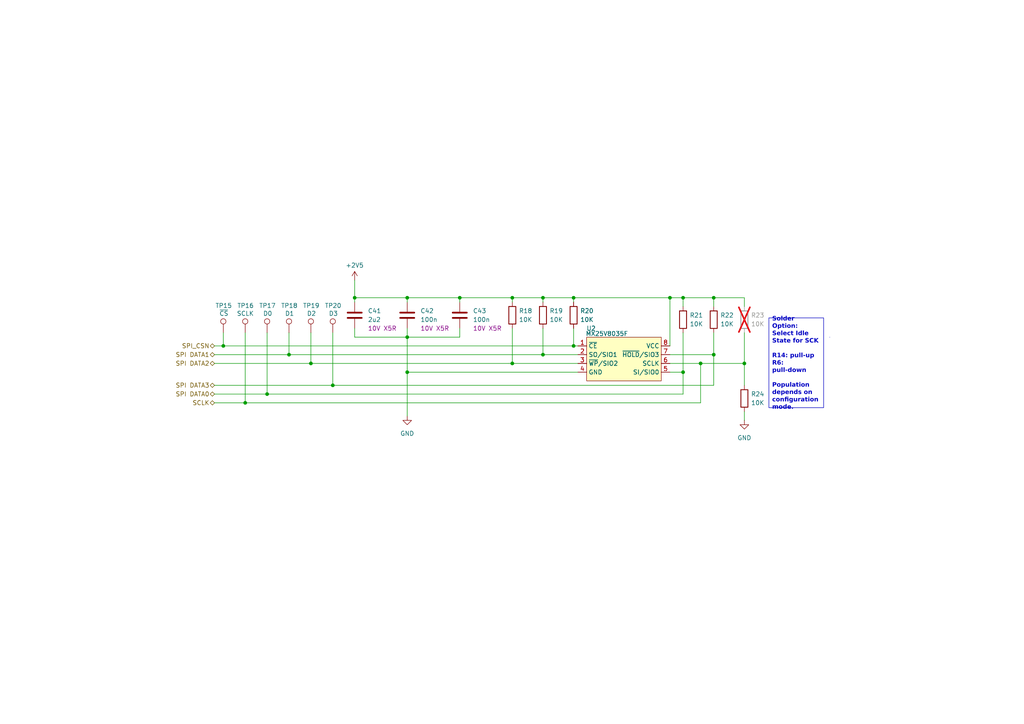
<source format=kicad_sch>
(kicad_sch (version 20231120) (generator "eeschema") (generator_version "8.0")
  (paper "A4")
  (title_block (title "CCSoM") (date "2024-12-20") (rev "1.0") (company "Technische Hochschule Köln") (comment 1 "Felix Sebastian Nitz "))
  (lib_symbols
    (symbol "Connector:TestPoint" (pin_numbers hide) (pin_names (offset 0.762) hide)
      (property "Reference" "TP" (at 0 6.858 0))
      (property "Value" "TestPoint" (at 0 5.08 0))
      (symbol "TestPoint_0_1"
        (circle (center 0 3.302) (radius 0.762))
      )
      (symbol "TestPoint_1_1"
        (pin passive line (at 0 0 90) (length 2.54) (name "1") (number "1"))
      )
    )
    (symbol "Device:C" (pin_numbers hide) (pin_names (offset 0.254))
      (property "Reference" "C" (at 0.635 2.54 0))
      (property "Value" "C" (at 0.635 -2.54 0))
      (symbol "C_0_1"
        (polyline (pts (xy -2.032 -0.762) (xy 2.032 -0.762)) (stroke (width 0.508)))
        (polyline (pts (xy -2.032 0.762) (xy 2.032 0.762)) (stroke (width 0.508)))
      )
      (symbol "C_1_1"
        (pin passive line (at 0 3.81 270) (length 2.794) (name "~") (number "1"))
        (pin passive line (at 0 -3.81 90) (length 2.794) (name "~") (number "2"))
      )
    )
    (symbol "Device:R" (pin_numbers hide) (pin_names (offset 0))
      (property "Reference" "R" (at 2.032 0 90))
      (property "Value" "R" (at 0 0 90))
      (symbol "R_0_1"
        (rectangle (start -1.016 -2.54) (end 1.016 2.54) (stroke (width 0.254)))
      )
      (symbol "R_1_1"
        (pin passive line (at 0 3.81 270) (length 1.27) (name "~") (number "1"))
        (pin passive line (at 0 -3.81 90) (length 1.27) (name "~") (number "2"))
      )
    )
    (symbol "ccsom_lib:MX25V8035F"
      (property "Reference" "U" (at 3.81 3.81 0))
      (property "Value" "MX25V8035F" (at 8.89 1.27 0))
      (symbol "MX25V8035F_1_1"
        (rectangle (start 2.54 0) (end 24.13 -12.7) (fill (type background)))
        (pin input line (at 0 -2.54 0) (length 2.54) (name "~{CE}") (number "1"))
        (pin bidirectional line (at 0 -5.08 0) (length 2.54) (name "SO/SIO1") (number "2"))
        (pin bidirectional line (at 0 -7.62 0) (length 2.54) (name "~{WP}/SIO2") (number "3"))
        (pin passive line (at 0 -10.16 0) (length 2.54) (name "GND") (number "4"))
        (pin bidirectional line (at 26.67 -10.16 180) (length 2.54) (name "SI/SIO0") (number "5"))
        (pin input line (at 26.67 -7.62 180) (length 2.54) (name "SCLK") (number "6"))
        (pin bidirectional line (at 26.67 -5.08 180) (length 2.54) (name "~{HOLD}/SIO3") (number "7"))
        (pin power_in line (at 26.67 -2.54 180) (length 2.54) (name "VCC") (number "8"))
      )
    )
    (symbol "power:+2V5" (power) (pin_numbers hide) (pin_names (offset 0) hide)
      (property "Value" "+2V5" (at 0 3.556 0))
      (symbol "+2V5_0_1"
        (polyline (pts (xy -0.762 1.27) (xy 0 2.54)))
        (polyline (pts (xy 0 0) (xy 0 2.54)))
        (polyline (pts (xy 0 2.54) (xy 0.762 1.27)))
      )
      (symbol "+2V5_1_1"
        (pin power_in line (at 0 0 90) (length 0) (name "~") (number "1"))
      )
    )
    (symbol "power:GND" (power) (pin_numbers hide) (pin_names (offset 0) hide)
      (property "Value" "GND" (at 0 -3.81 0))
      (symbol "GND_0_1"
        (polyline (pts (xy 0 0) (xy 0 -1.27) (xy 1.27 -1.27) (xy 0 -2.54) (xy -1.27 -1.27) (xy 0 -1.27)))
      )
      (symbol "GND_1_1"
        (pin power_in line (at 0 0 270) (length 0) (name "~") (number "1"))
      )
    )
  )
  (junction (at 102.87 86.36))
  (junction (at 64.77 100.33))
  (junction (at 215.9 105.41))
  (junction (at 90.17 105.41))
  (junction (at 203.2 105.41))
  (junction (at 157.48 102.87))
  (junction (at 166.37 86.36))
  (junction (at 71.12 116.84))
  (junction (at 207.01 102.87))
  (junction (at 194.31 86.36))
  (junction (at 207.01 86.36))
  (junction (at 133.35 86.36))
  (junction (at 148.59 105.41))
  (junction (at 96.52 111.76))
  (junction (at 118.11 107.95))
  (junction (at 83.82 102.87))
  (junction (at 118.11 97.79))
  (junction (at 157.48 86.36))
  (junction (at 198.12 107.95))
  (junction (at 118.11 86.36))
  (junction (at 77.47 114.3))
  (junction (at 198.12 86.36))
  (junction (at 148.59 86.36))
  (junction (at 166.37 100.33))
  (wire (pts (xy 90.17 96.52) (xy 90.17 105.41)))
  (wire (pts (xy 167.64 102.87) (xy 157.48 102.87)))
  (wire (pts (xy 194.31 86.36) (xy 198.12 86.36)))
  (wire (pts (xy 207.01 86.36) (xy 215.9 86.36)))
  (wire (pts (xy 118.11 86.36) (xy 133.35 86.36)))
  (wire (pts (xy 207.01 86.36) (xy 198.12 86.36)))
  (wire (pts (xy 194.31 105.41) (xy 203.2 105.41)))
  (wire (pts (xy 62.23 114.3) (xy 77.47 114.3)))
  (wire (pts (xy 102.87 81.28) (xy 102.87 86.36)))
  (wire (pts (xy 215.9 88.9) (xy 215.9 86.36)))
  (wire (pts (xy 194.31 100.33) (xy 194.31 86.36)))
  (wire (pts (xy 166.37 86.36) (xy 194.31 86.36)))
  (wire (pts (xy 148.59 87.63) (xy 148.59 86.36)))
  (wire (pts (xy 118.11 97.79) (xy 118.11 95.25)))
  (wire (pts (xy 77.47 114.3) (xy 198.12 114.3)))
  (wire (pts (xy 118.11 87.63) (xy 118.11 86.36)))
  (wire (pts (xy 133.35 97.79) (xy 118.11 97.79)))
  (wire (pts (xy 157.48 95.25) (xy 157.48 102.87)))
  (wire (pts (xy 207.01 111.76) (xy 207.01 102.87)))
  (wire (pts (xy 203.2 105.41) (xy 203.2 116.84)))
  (wire (pts (xy 62.23 102.87) (xy 83.82 102.87)))
  (wire (pts (xy 102.87 87.63) (xy 102.87 86.36)))
  (wire (pts (xy 83.82 102.87) (xy 157.48 102.87)))
  (wire (pts (xy 198.12 86.36) (xy 198.12 88.9)))
  (wire (pts (xy 157.48 86.36) (xy 166.37 86.36)))
  (wire (pts (xy 102.87 97.79) (xy 118.11 97.79)))
  (wire (pts (xy 167.64 105.41) (xy 148.59 105.41)))
  (wire (pts (xy 90.17 105.41) (xy 148.59 105.41)))
  (wire (pts (xy 133.35 95.25) (xy 133.35 97.79)))
  (wire (pts (xy 64.77 96.52) (xy 64.77 100.33)))
  (wire (pts (xy 133.35 86.36) (xy 148.59 86.36)))
  (wire (pts (xy 148.59 86.36) (xy 157.48 86.36)))
  (wire (pts (xy 207.01 102.87) (xy 194.31 102.87)))
  (wire (pts (xy 207.01 86.36) (xy 207.01 88.9)))
  (wire (pts (xy 62.23 100.33) (xy 64.77 100.33)))
  (wire (pts (xy 83.82 96.52) (xy 83.82 102.87)))
  (wire (pts (xy 166.37 95.25) (xy 166.37 100.33)))
  (wire (pts (xy 71.12 116.84) (xy 203.2 116.84)))
  (wire (pts (xy 215.9 96.52) (xy 215.9 105.41)))
  (wire (pts (xy 118.11 107.95) (xy 118.11 120.65)))
  (wire (pts (xy 198.12 96.52) (xy 198.12 107.95)))
  (wire (pts (xy 167.64 100.33) (xy 166.37 100.33)))
  (wire (pts (xy 194.31 107.95) (xy 198.12 107.95)))
  (wire (pts (xy 96.52 111.76) (xy 207.01 111.76)))
  (wire (pts (xy 96.52 96.52) (xy 96.52 111.76)))
  (wire (pts (xy 207.01 96.52) (xy 207.01 102.87)))
  (wire (pts (xy 102.87 95.25) (xy 102.87 97.79)))
  (wire (pts (xy 118.11 97.79) (xy 118.11 107.95)))
  (wire (pts (xy 198.12 107.95) (xy 198.12 114.3)))
  (wire (pts (xy 62.23 105.41) (xy 90.17 105.41)))
  (wire (pts (xy 166.37 86.36) (xy 166.37 87.63)))
  (wire (pts (xy 62.23 116.84) (xy 71.12 116.84)))
  (wire (pts (xy 157.48 86.36) (xy 157.48 87.63)))
  (wire (pts (xy 148.59 95.25) (xy 148.59 105.41)))
  (wire (pts (xy 215.9 105.41) (xy 215.9 111.76)))
  (wire (pts (xy 133.35 86.36) (xy 133.35 87.63)))
  (wire (pts (xy 62.23 111.76) (xy 96.52 111.76)))
  (wire (pts (xy 215.9 119.38) (xy 215.9 121.92)))
  (wire (pts (xy 64.77 100.33) (xy 166.37 100.33)))
  (wire (pts (xy 118.11 107.95) (xy 167.64 107.95)))
  (wire (pts (xy 77.47 96.52) (xy 77.47 114.3)))
  (wire (pts (xy 203.2 105.41) (xy 215.9 105.41)))
  (wire (pts (xy 102.87 86.36) (xy 118.11 86.36)))
  (wire (pts (xy 71.12 96.52) (xy 71.12 116.84)))
  (text_box "Solder Option: Select Idle State for SCK\n\nR14: pull-up \nR6: pull-down\n\nPopulation depends on configuration mode." (at 223.012 92.202 0) (size 15.875 26.035) (effects (font (size 1.27 1.27) (thickness 0.254) (bold yes)) (justify left)))
  (text_box "" (at 240.665 97.79 0) (size 0 0) (effects (font (size 0.635 0.635)) (justify left)))
  (hierarchical_label "SPI DATA1" (shape bidirectional) (at 62.23 102.87 180))
  (hierarchical_label "SPI DATA2" (shape bidirectional) (at 62.23 105.41 180))
  (hierarchical_label "SCLK" (shape bidirectional) (at 62.23 116.84 180))
  (hierarchical_label "SPI DATA0" (shape bidirectional) (at 62.23 114.3 180))
  (hierarchical_label "SPI DATA3" (shape bidirectional) (at 62.23 111.76 180))
  (hierarchical_label "SPI_CSN" (shape bidirectional) (at 62.23 100.33 180))
  (symbol (lib_id "Device:R") (at 148.59 91.44 0) (unit 1)
    (property "Reference" "R18" (at 150.495 90.17 0) (effects (justify left)))
    (property "Value" "10K" (at 150.495 92.71 0) (effects (justify left)))
    (property "Footprint" "Resistor_SMD:R_0201_0603Metric" (effects (hide yes)))
    (property "Description" "Resistor" (effects (hide yes)))
    (property "Mouser Part Number" "71-CRCW0201-10K" (effects (hide yes)))
  )
  (symbol (lib_id "Connector:TestPoint") (at 96.52 96.52 0) (mirror y) (unit 1) (in_bom no)
    (property "Reference" "TP20" (at 99.06 88.646 0) (effects (justify left)))
    (property "Value" "D3" (at 98.044 90.932 0) (effects (justify left)))
    (property "Footprint" "TestPoint:TestPoint_Pad_D1.0mm" (effects (hide yes)))
    (property "Description" "test point" (effects (hide yes)))
  )
  (symbol (lib_id "Device:R") (at 198.12 92.71 0) (unit 1)
    (property "Reference" "R21" (at 200.025 91.44 0) (effects (justify left)))
    (property "Value" "10K" (at 200.025 93.98 0) (effects (justify left)))
    (property "Footprint" "Resistor_SMD:R_0201_0603Metric" (effects (hide yes)))
    (property "Description" "Resistor" (effects (hide yes)))
  )
  (symbol (lib_id "Device:R") (at 157.48 91.44 0) (unit 1)
    (property "Reference" "R19" (at 159.385 90.17 0) (effects (justify left)))
    (property "Value" "10K" (at 159.385 92.71 0) (effects (justify left)))
    (property "Footprint" "Resistor_SMD:R_0201_0603Metric" (effects (hide yes)))
    (property "Description" "Resistor" (effects (hide yes)))
    (property "Mouser Part Number" "71-CRCW0201-10K" (effects (hide yes)))
  )
  (symbol (lib_id "ccsom_lib:MX25V8035F") (at 167.64 97.79 0) (unit 1)
    (property "Reference" "U2" (at 171.45 95.25 0))
    (property "Value" "MX25V8035F" (at 176.022 96.774 0))
    (property "Footprint" "ccsom_Footprint_lib:SOP-8(150_200MIL)" (effects (hide yes)))
    (property "Datasheet" "https://mm.digikey.com/Volume0/opasdata/d220001/medias/docus/887/MX25V8035F.pdf" (effects (hide yes)))
    (property "Mouser Part Number" "95-25V8035FM1ITR" (effects (hide yes)))
  )
  (symbol (lib_id "power:GND") (at 215.9 121.92 0) (unit 1)
    (property "Reference" "#PWR036" (effects (hide yes)))
    (property "Value" "GND" (at 215.9 127 0))
    (property "Description" "Power symbol creates a global label with name \"GND\" , ground" (effects (hide yes)))
  )
  (symbol (lib_id "Connector:TestPoint") (at 83.82 96.52 0) (mirror y) (unit 1) (in_bom no)
    (property "Reference" "TP18" (at 86.36 88.646 0) (effects (justify left)))
    (property "Value" "D1" (at 85.344 90.932 0) (effects (justify left)))
    (property "Footprint" "TestPoint:TestPoint_Pad_D1.0mm" (effects (hide yes)))
    (property "Description" "test point" (effects (hide yes)))
  )
  (symbol (lib_id "power:+2V5") (at 102.87 81.28 0) (unit 1)
    (property "Reference" "#PWR034" (effects (hide yes)))
    (property "Value" "+2V5" (at 102.87 76.962 0))
    (property "Description" "Power symbol creates a global label with name \"+2V5\"" (effects (hide yes)))
  )
  (symbol (lib_id "Connector:TestPoint") (at 71.12 96.52 0) (mirror y) (unit 1) (in_bom no)
    (property "Reference" "TP16" (at 73.66 88.646 0) (effects (justify left)))
    (property "Value" "SCLK" (at 73.66 90.932 0) (effects (justify left)))
    (property "Footprint" "TestPoint:TestPoint_Pad_D1.0mm" (effects (hide yes)))
    (property "Description" "test point" (effects (hide yes)))
  )
  (symbol (lib_id "Connector:TestPoint") (at 64.77 96.52 0) (mirror y) (unit 1) (in_bom no)
    (property "Reference" "TP15" (at 67.31 88.646 0) (effects (justify left)))
    (property "Value" "~{CS}" (at 66.294 90.932 0) (effects (justify left)))
    (property "Footprint" "TestPoint:TestPoint_Pad_D1.0mm" (effects (hide yes)))
    (property "Description" "test point" (effects (hide yes)))
  )
  (symbol (lib_id "Connector:TestPoint") (at 90.17 96.52 0) (mirror y) (unit 1) (in_bom no)
    (property "Reference" "TP19" (at 92.71 88.646 0) (effects (justify left)))
    (property "Value" "D2" (at 91.694 90.932 0) (effects (justify left)))
    (property "Footprint" "TestPoint:TestPoint_Pad_D1.0mm" (effects (hide yes)))
    (property "Description" "test point" (effects (hide yes)))
  )
  (symbol (lib_id "Device:C") (at 133.35 91.44 0) (unit 1)
    (property "Reference" "C43" (at 137.16 90.17 0) (effects (justify left)))
    (property "Value" "100n" (at 137.16 92.71 0) (effects (justify left)))
    (property "Footprint" "Capacitor_SMD:C_0201_0603Metric" (effects (hide yes)))
    (property "Description" "Unpolarized capacitor" (effects (hide yes)))
    (property "Voltage/Precision" "10V X5R" (at 137.16 95.25 0) (effects (justify left)))
    (property "Mouser Part Number" "187-CL03A104KP3NNNC" (effects (hide yes)))
  )
  (symbol (lib_id "Device:R") (at 207.01 92.71 0) (unit 1)
    (property "Reference" "R22" (at 208.915 91.44 0) (effects (justify left)))
    (property "Value" "10K" (at 208.915 93.98 0) (effects (justify left)))
    (property "Footprint" "Resistor_SMD:R_0201_0603Metric" (effects (hide yes)))
    (property "Description" "Resistor" (effects (hide yes)))
    (property "Mouser Part Number" "71-CRCW0201-10K" (effects (hide yes)))
  )
  (symbol (lib_id "Device:R") (at 215.9 92.71 0) (unit 1) (dnp yes)
    (property "Reference" "R23" (at 217.805 91.44 0) (effects (justify left)))
    (property "Value" "10K" (at 217.805 93.98 0) (effects (justify left)))
    (property "Footprint" "Resistor_SMD:R_0201_0603Metric" (effects (hide yes)))
    (property "Description" "Resistor" (effects (hide yes)))
    (property "Mouser Part Number" "71-CRCW0201-10K" (effects (hide yes)))
  )
  (symbol (lib_id "Device:C") (at 118.11 91.44 0) (unit 1)
    (property "Reference" "C42" (at 121.92 90.17 0) (effects (justify left)))
    (property "Value" "100n" (at 121.92 92.71 0) (effects (justify left)))
    (property "Footprint" "Capacitor_SMD:C_0201_0603Metric" (effects (hide yes)))
    (property "Description" "Unpolarized capacitor" (effects (hide yes)))
    (property "Voltage/Precision" "10V X5R" (at 121.92 95.25 0) (effects (justify left)))
    (property "Mouser Part Number" "187-CL03A104KP3NNNC" (effects (hide yes)))
  )
  (symbol (lib_id "Device:C") (at 102.87 91.44 0) (unit 1)
    (property "Reference" "C41" (at 106.68 90.17 0) (effects (justify left)))
    (property "Value" "2u2" (at 106.68 92.71 0) (effects (justify left)))
    (property "Footprint" "Capacitor_SMD:C_0201_0603Metric" (effects (hide yes)))
    (property "Description" "Unpolarized capacitor" (effects (hide yes)))
    (property "Voltage/Precision" "10V X5R" (at 106.68 95.25 0) (effects (justify left)))
    (property "Mouser Part Number" "187-CL03A225KP3CRNC" (effects (hide yes)))
  )
  (symbol (lib_id "Connector:TestPoint") (at 77.47 96.52 0) (mirror y) (unit 1) (in_bom no)
    (property "Reference" "TP17" (at 80.01 88.646 0) (effects (justify left)))
    (property "Value" "D0" (at 78.994 90.932 0) (effects (justify left)))
    (property "Footprint" "TestPoint:TestPoint_Pad_D1.0mm" (effects (hide yes)))
    (property "Description" "test point" (effects (hide yes)))
  )
  (symbol (lib_id "Device:R") (at 166.37 91.44 0) (unit 1)
    (property "Reference" "R20" (at 168.275 90.17 0) (effects (justify left)))
    (property "Value" "10K" (at 168.275 92.71 0) (effects (justify left)))
    (property "Footprint" "Resistor_SMD:R_0201_0603Metric" (effects (hide yes)))
    (property "Description" "Resistor" (effects (hide yes)))
    (property "Mouser Part Number" "71-CRCW0201-10K" (effects (hide yes)))
  )
  (symbol (lib_id "Device:R") (at 215.9 115.57 0) (unit 1)
    (property "Reference" "R24" (at 217.805 114.3 0) (effects (justify left)))
    (property "Value" "10K" (at 217.805 116.84 0) (effects (justify left)))
    (property "Footprint" "Resistor_SMD:R_0201_0603Metric" (effects (hide yes)))
    (property "Description" "Resistor" (effects (hide yes)))
    (property "Mouser Part Number" "71-CRCW0201-10K" (effects (hide yes)))
  )
  (symbol (lib_id "power:GND") (at 118.11 120.65 0) (unit 1)
    (property "Reference" "#PWR035" (effects (hide yes)))
    (property "Value" "GND" (at 118.11 125.73 0))
    (property "Description" "Power symbol creates a global label with name \"GND\" , ground" (effects (hide yes)))
  )
)
</source>
